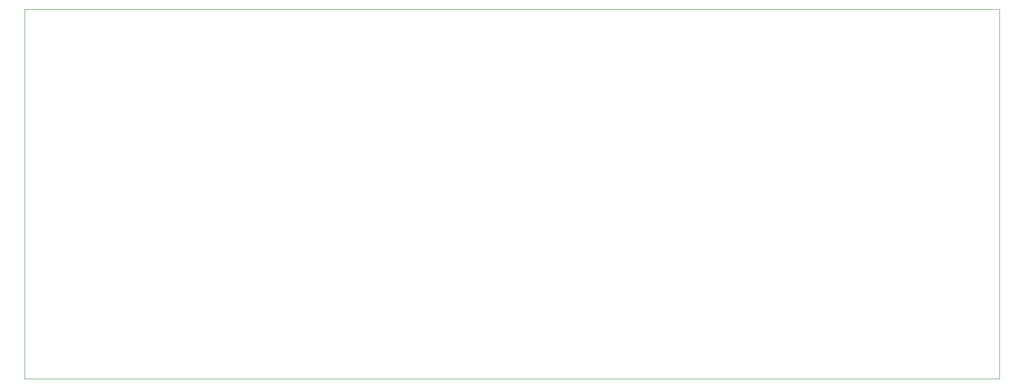
<source format=gbr>
%TF.GenerationSoftware,KiCad,Pcbnew,9.0.7*%
%TF.CreationDate,2026-02-13T14:31:20-08:00*%
%TF.ProjectId,Shutdown,53687574-646f-4776-9e2e-6b696361645f,rev?*%
%TF.SameCoordinates,Original*%
%TF.FileFunction,Profile,NP*%
%FSLAX46Y46*%
G04 Gerber Fmt 4.6, Leading zero omitted, Abs format (unit mm)*
G04 Created by KiCad (PCBNEW 9.0.7) date 2026-02-13 14:31:20*
%MOMM*%
%LPD*%
G01*
G04 APERTURE LIST*
%TA.AperFunction,Profile*%
%ADD10C,0.050000*%
%TD*%
G04 APERTURE END LIST*
D10*
X272167819Y-161903972D02*
X272167819Y-94288919D01*
X93859819Y-94288919D02*
X272167819Y-94289047D01*
X93859819Y-161903972D02*
X93859819Y-94288919D01*
X272167819Y-161903972D02*
X93859819Y-161903972D01*
M02*

</source>
